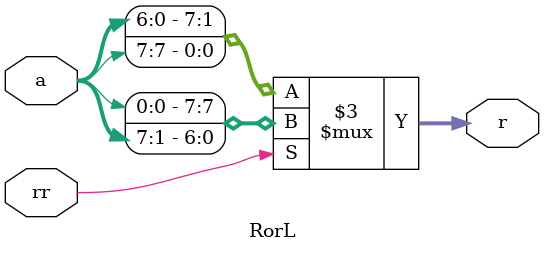
<source format=v>

`timescale 1ns / 1ps

module RorL( input [7:0] a, input rr, output reg [7:0] r );

	always @*
	begin
		if ( rr )
			begin
			r = { a[0], a[7:1] };
			end
		else
			begin
			r = { a[6:0], a[7] };
			end
	end

endmodule

</source>
